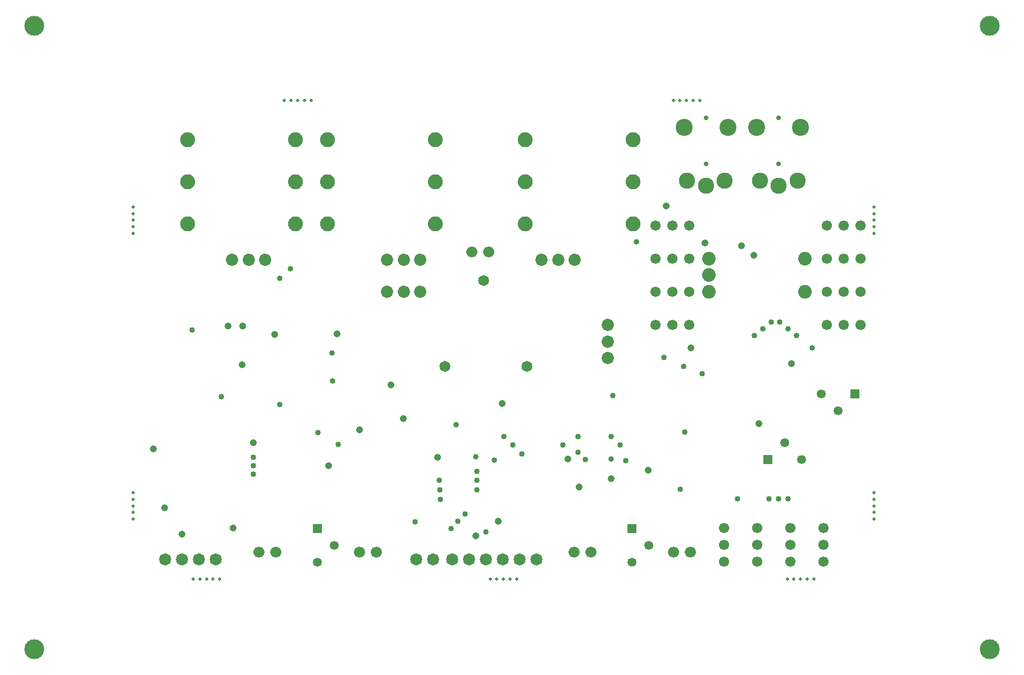
<source format=gbs>
G04*
G04 #@! TF.GenerationSoftware,Altium Limited,Altium Designer,20.1.11 (218)*
G04*
G04 Layer_Color=16711935*
%FSLAX25Y25*%
%MOIN*%
G70*
G04*
G04 #@! TF.SameCoordinates,94F8EA6A-D3DE-4CB1-8755-D4D4D92DF36F*
G04*
G04*
G04 #@! TF.FilePolarity,Negative*
G04*
G01*
G75*
%ADD10C,0.11811*%
%ADD50C,0.01968*%
%ADD63C,0.02756*%
%ADD104C,0.06102*%
%ADD105C,0.07284*%
%ADD106C,0.07191*%
%ADD107C,0.06591*%
%ADD108R,0.05315X0.05315*%
%ADD109C,0.05315*%
%ADD110R,0.05315X0.05315*%
%ADD111C,0.08859*%
%ADD112C,0.09587*%
%ADD113C,0.10114*%
%ADD114C,0.08071*%
%ADD115C,0.03347*%
%ADD116C,0.04134*%
%ADD117C,0.06496*%
D10*
X11811Y11811D02*
D03*
X578740D02*
D03*
Y381890D02*
D03*
X11811Y381890D02*
D03*
D50*
X394882Y337598D02*
D03*
X390945D02*
D03*
X398819D02*
D03*
X402756D02*
D03*
X406693D02*
D03*
X175984D02*
D03*
X172047D02*
D03*
X168110D02*
D03*
X160236D02*
D03*
X164173D02*
D03*
X474409Y53248D02*
D03*
X470472D02*
D03*
X466535D02*
D03*
X458661D02*
D03*
X462598D02*
D03*
X298031D02*
D03*
X294094D02*
D03*
X290157D02*
D03*
X282283D02*
D03*
X286220D02*
D03*
X110039D02*
D03*
X106102D02*
D03*
X113977D02*
D03*
X117914D02*
D03*
X121851D02*
D03*
X70472Y262598D02*
D03*
Y258661D02*
D03*
Y266536D02*
D03*
Y270473D02*
D03*
Y274410D02*
D03*
X509941Y262598D02*
D03*
Y258661D02*
D03*
Y266536D02*
D03*
Y270473D02*
D03*
Y274410D02*
D03*
Y92914D02*
D03*
Y88976D02*
D03*
Y96851D02*
D03*
Y100788D02*
D03*
Y104725D02*
D03*
X70472Y104725D02*
D03*
Y100788D02*
D03*
Y96851D02*
D03*
Y88976D02*
D03*
Y92914D02*
D03*
D63*
X410285Y327496D02*
D03*
Y299937D02*
D03*
X453592D02*
D03*
Y327496D02*
D03*
D104*
X380600Y204465D02*
D03*
X390600D02*
D03*
X400600D02*
D03*
X380600Y224150D02*
D03*
X390600D02*
D03*
X400600D02*
D03*
X380443Y243835D02*
D03*
X390442D02*
D03*
X400443D02*
D03*
X380600Y263520D02*
D03*
X390600D02*
D03*
X400600D02*
D03*
X501978Y263520D02*
D03*
X491978D02*
D03*
X481978D02*
D03*
X480167Y83559D02*
D03*
Y73559D02*
D03*
Y63559D02*
D03*
X501978Y243835D02*
D03*
X491978D02*
D03*
X481978D02*
D03*
X460482Y83559D02*
D03*
Y73559D02*
D03*
Y63559D02*
D03*
X501978Y224150D02*
D03*
X491978D02*
D03*
X481978D02*
D03*
X440797Y83559D02*
D03*
Y73559D02*
D03*
Y63559D02*
D03*
X501978Y204465D02*
D03*
X491978D02*
D03*
X481978D02*
D03*
X421112Y83559D02*
D03*
Y73559D02*
D03*
Y63559D02*
D03*
D105*
X129183Y243047D02*
D03*
X139025D02*
D03*
X148868D02*
D03*
X240797Y223953D02*
D03*
X230954D02*
D03*
X221112D02*
D03*
X352214Y184583D02*
D03*
Y194425D02*
D03*
Y204268D02*
D03*
X221112Y243047D02*
D03*
X230954D02*
D03*
X240797D02*
D03*
X312844D02*
D03*
X322687D02*
D03*
X332529D02*
D03*
D106*
X248474Y64996D02*
D03*
X238474D02*
D03*
X119360Y65079D02*
D03*
X109360D02*
D03*
X89360D02*
D03*
X99360D02*
D03*
X279813Y64996D02*
D03*
X289813D02*
D03*
X309813D02*
D03*
X299813D02*
D03*
X269813D02*
D03*
X259813D02*
D03*
D107*
X401210Y69327D02*
D03*
X391210D02*
D03*
X341938D02*
D03*
X331939D02*
D03*
X214773Y69425D02*
D03*
X204773D02*
D03*
X281545Y247772D02*
D03*
X271545D02*
D03*
X155049Y69425D02*
D03*
X145049D02*
D03*
D108*
X366584Y83239D02*
D03*
X179862Y83239D02*
D03*
D109*
X376584Y73239D02*
D03*
X366584Y63239D02*
D03*
X488828Y153480D02*
D03*
X478828Y163480D02*
D03*
X457037Y134366D02*
D03*
X467037Y124366D02*
D03*
X189862Y73239D02*
D03*
X179862Y63239D02*
D03*
D110*
X498828Y163480D02*
D03*
X447037Y124366D02*
D03*
D111*
X249774Y264504D02*
D03*
X185876D02*
D03*
X249774Y314504D02*
D03*
X185876D02*
D03*
X249774Y289504D02*
D03*
X185876D02*
D03*
X166644Y264504D02*
D03*
X102745D02*
D03*
X166644Y314504D02*
D03*
X102745D02*
D03*
X166644Y289504D02*
D03*
X102745D02*
D03*
X366978Y264504D02*
D03*
X303080D02*
D03*
X366978Y314504D02*
D03*
X303080D02*
D03*
X366978Y289504D02*
D03*
X303080D02*
D03*
D112*
X410285Y286945D02*
D03*
X399065Y290094D02*
D03*
X421505D02*
D03*
X464813D02*
D03*
X442372D02*
D03*
X453592Y286945D02*
D03*
D113*
X397293Y321591D02*
D03*
X423277D02*
D03*
X466584D02*
D03*
X440600D02*
D03*
D114*
X469143Y243835D02*
D03*
Y224150D02*
D03*
X412057Y233992D02*
D03*
Y243835D02*
D03*
Y224150D02*
D03*
D115*
X354179Y138028D02*
D03*
X237844Y87339D02*
D03*
X279813Y81354D02*
D03*
X192246Y133402D02*
D03*
X180265Y140390D02*
D03*
X284695Y123959D02*
D03*
X359561Y133034D02*
D03*
X354179Y124833D02*
D03*
X362844Y123754D02*
D03*
X325427Y133034D02*
D03*
X295817D02*
D03*
X301033Y127688D02*
D03*
X338828Y124366D02*
D03*
X334505Y128677D02*
D03*
Y138028D02*
D03*
X274400Y106236D02*
D03*
Y111965D02*
D03*
X290502Y138028D02*
D03*
X163773Y237757D02*
D03*
X157578Y231920D02*
D03*
X188874Y171061D02*
D03*
X459183Y100921D02*
D03*
X453592D02*
D03*
X447687D02*
D03*
X429183D02*
D03*
X368946Y253677D02*
D03*
X397717Y140685D02*
D03*
X188382Y187634D02*
D03*
X105475Y201394D02*
D03*
X394979Y106630D02*
D03*
X141781Y115744D02*
D03*
Y120744D02*
D03*
Y125744D02*
D03*
X261939Y145016D02*
D03*
X157431Y157109D02*
D03*
X122687Y161650D02*
D03*
X263135Y87536D02*
D03*
X267352Y91866D02*
D03*
X259014Y83264D02*
D03*
X408113Y175331D02*
D03*
X385496Y184864D02*
D03*
X396998Y179760D02*
D03*
X449183Y206039D02*
D03*
X444183Y202004D02*
D03*
X439124Y197870D02*
D03*
X454183Y206039D02*
D03*
X459183Y202004D02*
D03*
X464183Y197870D02*
D03*
X473553Y190784D02*
D03*
X274400Y117457D02*
D03*
X251939Y111965D02*
D03*
X252411Y106433D02*
D03*
X252725Y100743D02*
D03*
X273769Y125862D02*
D03*
X355265Y162437D02*
D03*
D116*
X273710Y79169D02*
D03*
X186413Y120744D02*
D03*
X461069Y181240D02*
D03*
X191332Y198953D02*
D03*
X230757Y148854D02*
D03*
X129773Y83713D02*
D03*
X99360Y80055D02*
D03*
X441781Y145606D02*
D03*
X386663Y275036D02*
D03*
X438670Y245606D02*
D03*
X431524Y251512D02*
D03*
X409634Y253087D02*
D03*
X251132Y125528D02*
D03*
X289320Y157614D02*
D03*
X126722Y203559D02*
D03*
X135383D02*
D03*
X135088Y180547D02*
D03*
X204773Y142063D02*
D03*
X154281Y198559D02*
D03*
X223489Y168638D02*
D03*
X89222Y95744D02*
D03*
X141781Y134346D02*
D03*
X82529Y130744D02*
D03*
X401343Y190784D02*
D03*
X287253Y87732D02*
D03*
X376226Y117988D02*
D03*
X328501Y124642D02*
D03*
X354179Y112988D02*
D03*
X335236Y107983D02*
D03*
D117*
X278395Y230843D02*
D03*
X255561Y179661D02*
D03*
X303986Y179661D02*
D03*
M02*

</source>
